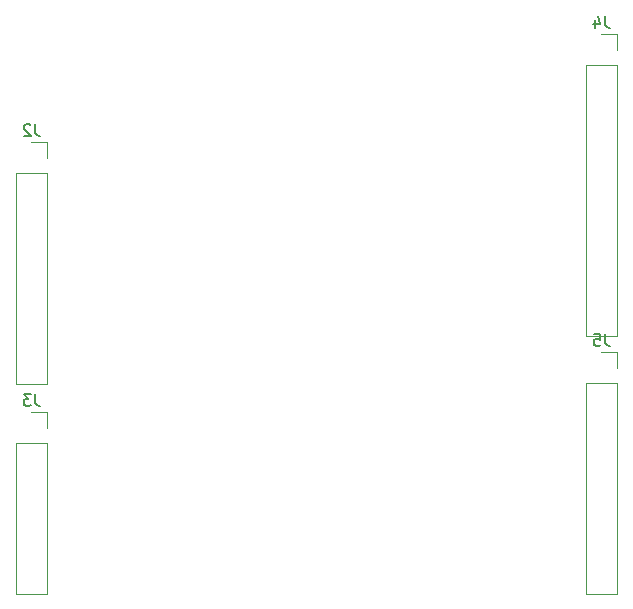
<source format=gbr>
%TF.GenerationSoftware,KiCad,Pcbnew,(5.1.10)-1*%
%TF.CreationDate,2021-09-10T15:59:41-05:00*%
%TF.ProjectId,ForceSensor,466f7263-6553-4656-9e73-6f722e6b6963,rev?*%
%TF.SameCoordinates,Original*%
%TF.FileFunction,Legend,Bot*%
%TF.FilePolarity,Positive*%
%FSLAX46Y46*%
G04 Gerber Fmt 4.6, Leading zero omitted, Abs format (unit mm)*
G04 Created by KiCad (PCBNEW (5.1.10)-1) date 2021-09-10 15:59:41*
%MOMM*%
%LPD*%
G01*
G04 APERTURE LIST*
%ADD10C,0.120000*%
%ADD11C,0.150000*%
G04 APERTURE END LIST*
D10*
%TO.C,J4*%
X262315000Y-47311000D02*
X260985000Y-47311000D01*
X262315000Y-48641000D02*
X262315000Y-47311000D01*
X262315000Y-49911000D02*
X259655000Y-49911000D01*
X259655000Y-49911000D02*
X259655000Y-72831000D01*
X262315000Y-49911000D02*
X262315000Y-72831000D01*
X262315000Y-72831000D02*
X259655000Y-72831000D01*
%TO.C,J2*%
X214055000Y-56455000D02*
X212725000Y-56455000D01*
X214055000Y-57785000D02*
X214055000Y-56455000D01*
X214055000Y-59055000D02*
X211395000Y-59055000D01*
X211395000Y-59055000D02*
X211395000Y-76895000D01*
X214055000Y-59055000D02*
X214055000Y-76895000D01*
X214055000Y-76895000D02*
X211395000Y-76895000D01*
%TO.C,J3*%
X214055000Y-94675000D02*
X211395000Y-94675000D01*
X214055000Y-81915000D02*
X214055000Y-94675000D01*
X211395000Y-81915000D02*
X211395000Y-94675000D01*
X214055000Y-81915000D02*
X211395000Y-81915000D01*
X214055000Y-80645000D02*
X214055000Y-79315000D01*
X214055000Y-79315000D02*
X212725000Y-79315000D01*
%TO.C,J5*%
X262315000Y-94675000D02*
X259655000Y-94675000D01*
X262315000Y-76835000D02*
X262315000Y-94675000D01*
X259655000Y-76835000D02*
X259655000Y-94675000D01*
X262315000Y-76835000D02*
X259655000Y-76835000D01*
X262315000Y-75565000D02*
X262315000Y-74235000D01*
X262315000Y-74235000D02*
X260985000Y-74235000D01*
%TO.C,J4*%
D11*
X261318333Y-45763380D02*
X261318333Y-46477666D01*
X261365952Y-46620523D01*
X261461190Y-46715761D01*
X261604047Y-46763380D01*
X261699285Y-46763380D01*
X260413571Y-46096714D02*
X260413571Y-46763380D01*
X260651666Y-45715761D02*
X260889761Y-46430047D01*
X260270714Y-46430047D01*
%TO.C,J2*%
X213058333Y-54907380D02*
X213058333Y-55621666D01*
X213105952Y-55764523D01*
X213201190Y-55859761D01*
X213344047Y-55907380D01*
X213439285Y-55907380D01*
X212629761Y-55002619D02*
X212582142Y-54955000D01*
X212486904Y-54907380D01*
X212248809Y-54907380D01*
X212153571Y-54955000D01*
X212105952Y-55002619D01*
X212058333Y-55097857D01*
X212058333Y-55193095D01*
X212105952Y-55335952D01*
X212677380Y-55907380D01*
X212058333Y-55907380D01*
%TO.C,J3*%
X213058333Y-77767380D02*
X213058333Y-78481666D01*
X213105952Y-78624523D01*
X213201190Y-78719761D01*
X213344047Y-78767380D01*
X213439285Y-78767380D01*
X212677380Y-77767380D02*
X212058333Y-77767380D01*
X212391666Y-78148333D01*
X212248809Y-78148333D01*
X212153571Y-78195952D01*
X212105952Y-78243571D01*
X212058333Y-78338809D01*
X212058333Y-78576904D01*
X212105952Y-78672142D01*
X212153571Y-78719761D01*
X212248809Y-78767380D01*
X212534523Y-78767380D01*
X212629761Y-78719761D01*
X212677380Y-78672142D01*
%TO.C,J5*%
X261318333Y-72687380D02*
X261318333Y-73401666D01*
X261365952Y-73544523D01*
X261461190Y-73639761D01*
X261604047Y-73687380D01*
X261699285Y-73687380D01*
X260365952Y-72687380D02*
X260842142Y-72687380D01*
X260889761Y-73163571D01*
X260842142Y-73115952D01*
X260746904Y-73068333D01*
X260508809Y-73068333D01*
X260413571Y-73115952D01*
X260365952Y-73163571D01*
X260318333Y-73258809D01*
X260318333Y-73496904D01*
X260365952Y-73592142D01*
X260413571Y-73639761D01*
X260508809Y-73687380D01*
X260746904Y-73687380D01*
X260842142Y-73639761D01*
X260889761Y-73592142D01*
%TD*%
M02*

</source>
